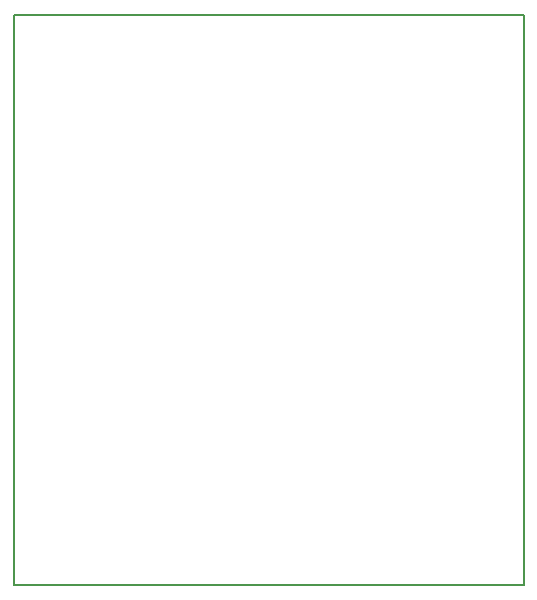
<source format=gm1>
G04 #@! TF.FileFunction,Profile,NP*
%FSLAX46Y46*%
G04 Gerber Fmt 4.6, Leading zero omitted, Abs format (unit mm)*
G04 Created by KiCad (PCBNEW 4.0.7) date 06/10/18 20:05:32*
%MOMM*%
%LPD*%
G01*
G04 APERTURE LIST*
%ADD10C,0.100000*%
%ADD11C,0.150000*%
G04 APERTURE END LIST*
D10*
D11*
X109220000Y-115570000D02*
X109220000Y-116078000D01*
X152400000Y-116078000D02*
X148590000Y-116078000D01*
X152400000Y-115570000D02*
X152400000Y-116078000D01*
X152400000Y-115570000D02*
X152400000Y-67818000D01*
X109220000Y-115570000D02*
X109220000Y-67818000D01*
X113030000Y-116078000D02*
X109220000Y-116078000D01*
X113030000Y-67818000D02*
X109220000Y-67818000D01*
X148590000Y-67818000D02*
X152400000Y-67818000D01*
X113030000Y-67818000D02*
X148590000Y-67818000D01*
X113030000Y-116078000D02*
X148590000Y-116078000D01*
M02*

</source>
